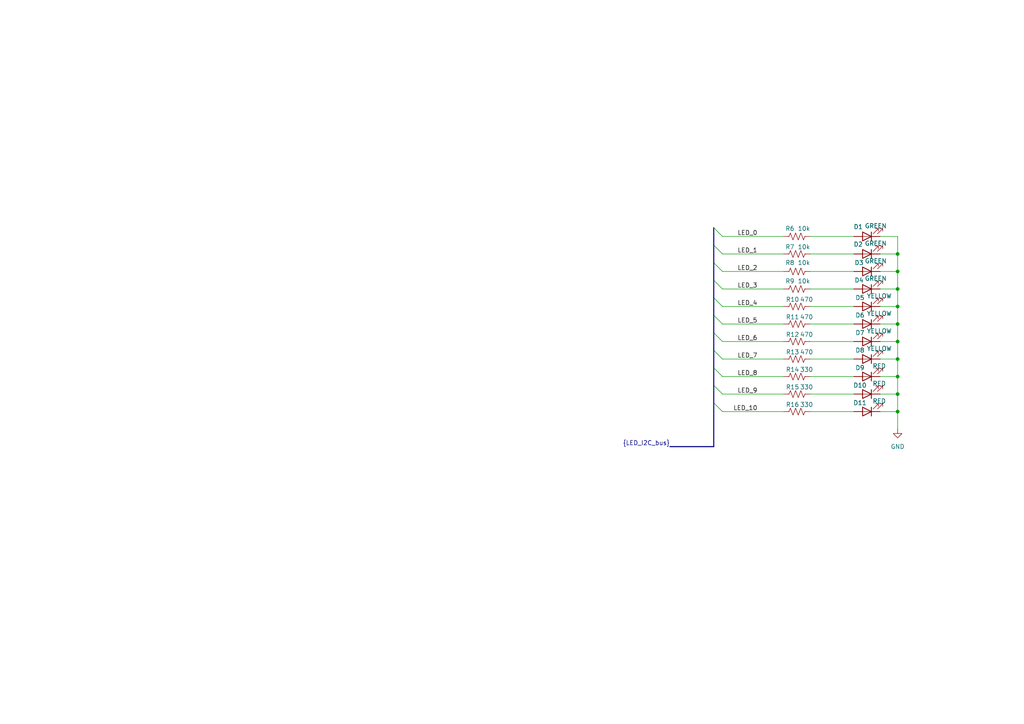
<source format=kicad_sch>
(kicad_sch (version 20250114) (generator "eeschema") (generator_version "9.0")
  (paper "A4")
  (lib_symbols
    (symbol "Device:LED" (pin_numbers (hide yes)) (pin_names (offset 1.016) (hide yes))
      (property "Reference" "D" (at 0 2.54 0))
      (property "Value" "LED" (at 0 -2.54 0))
      (symbol "LED_0_1"
        (polyline (pts (xy -3.048 -0.762) (xy -4.572 -2.286) (xy -3.81 -2.286) (xy -4.572 -2.286) (xy -4.572 -1.524)))
        (polyline (pts (xy -1.778 -0.762) (xy -3.302 -2.286) (xy -2.54 -2.286) (xy -3.302 -2.286) (xy -3.302 -1.524)))
        (polyline (pts (xy -1.27 0) (xy 1.27 0)))
        (polyline (pts (xy -1.27 -1.27) (xy -1.27 1.27)) (stroke (width 0.254)))
        (polyline (pts (xy 1.27 -1.27) (xy 1.27 1.27) (xy -1.27 0) (xy 1.27 -1.27)) (stroke (width 0.254)))
      )
      (symbol "LED_1_1"
        (pin passive line (at -3.81 0 0) (length 2.54) (name "K") (number "1"))
        (pin passive line (at 3.81 0 180) (length 2.54) (name "A") (number "2"))
      )
    )
    (symbol "Device:R_US" (pin_numbers (hide yes)) (pin_names (offset 0))
      (property "Reference" "R" (at 2.54 0 90))
      (property "Value" "R_US" (at -2.54 0 90))
      (symbol "R_US_0_1"
        (polyline (pts (xy 0 2.286) (xy 0 2.54)))
        (polyline (pts (xy 0 2.286) (xy 1.016 1.905) (xy 0 1.524) (xy -1.016 1.143) (xy 0 0.762)))
        (polyline (pts (xy 0 0.762) (xy 1.016 0.381) (xy 0 0) (xy -1.016 -0.381) (xy 0 -0.762)))
        (polyline (pts (xy 0 -0.762) (xy 1.016 -1.143) (xy 0 -1.524) (xy -1.016 -1.905) (xy 0 -2.286)))
        (polyline (pts (xy 0 -2.286) (xy 0 -2.54)))
      )
      (symbol "R_US_1_1"
        (pin passive line (at 0 3.81 270) (length 1.27) (name "~") (number "1"))
        (pin passive line (at 0 -3.81 90) (length 1.27) (name "~") (number "2"))
      )
    )
    (symbol "power:GND" (power) (pin_numbers (hide yes)) (pin_names (offset 0) (hide yes))
      (property "Value" "GND" (at 0 -3.81 0))
      (symbol "GND_0_1"
        (polyline (pts (xy 0 0) (xy 0 -1.27) (xy 1.27 -1.27) (xy 0 -2.54) (xy -1.27 -1.27) (xy 0 -1.27)))
      )
      (symbol "GND_1_1"
        (pin power_in line (at 0 0 270) (length 0) (name "~") (number "1"))
      )
    )
  )
  (junction (at 260.35 119.38))
  (junction (at 260.35 99.06))
  (junction (at 260.35 109.22))
  (junction (at 260.35 114.3))
  (junction (at 260.35 93.98))
  (junction (at 260.35 104.14))
  (junction (at 260.35 78.74))
  (junction (at 260.35 83.82))
  (junction (at 260.35 88.9))
  (junction (at 260.35 73.66))
  (bus_entry (at 207.01 96.52) (size 2.54 2.54))
  (bus_entry (at 207.01 71.12) (size 2.54 2.54))
  (bus_entry (at 207.01 66.04) (size 2.54 2.54))
  (bus_entry (at 207.01 101.6) (size 2.54 2.54))
  (bus_entry (at 207.01 76.2) (size 2.54 2.54))
  (bus_entry (at 207.01 86.36) (size 2.54 2.54))
  (bus_entry (at 207.01 111.76) (size 2.54 2.54))
  (bus_entry (at 207.01 91.44) (size 2.54 2.54))
  (bus_entry (at 207.01 81.28) (size 2.54 2.54))
  (bus_entry (at 207.01 106.68) (size 2.54 2.54))
  (bus_entry (at 207.01 116.84) (size 2.54 2.54))
  (wire (pts (xy 260.35 68.58) (xy 260.35 73.66)))
  (bus (pts (xy 207.01 66.04) (xy 207.01 71.12)))
  (wire (pts (xy 234.95 99.06) (xy 247.65 99.06)))
  (wire (pts (xy 234.95 68.58) (xy 247.65 68.58)))
  (wire (pts (xy 209.55 104.14) (xy 227.33 104.14)))
  (wire (pts (xy 209.55 114.3) (xy 227.33 114.3)))
  (bus (pts (xy 207.01 111.76) (xy 207.01 116.84)))
  (wire (pts (xy 255.27 88.9) (xy 260.35 88.9)))
  (wire (pts (xy 260.35 119.38) (xy 260.35 124.46)))
  (wire (pts (xy 260.35 73.66) (xy 260.35 78.74)))
  (wire (pts (xy 234.95 109.22) (xy 247.65 109.22)))
  (bus (pts (xy 207.01 71.12) (xy 207.01 76.2)))
  (wire (pts (xy 255.27 78.74) (xy 260.35 78.74)))
  (wire (pts (xy 255.27 114.3) (xy 260.35 114.3)))
  (wire (pts (xy 209.55 109.22) (xy 227.33 109.22)))
  (wire (pts (xy 209.55 78.74) (xy 227.33 78.74)))
  (bus (pts (xy 207.01 76.2) (xy 207.01 81.28)))
  (bus (pts (xy 207.01 81.28) (xy 207.01 86.36)))
  (wire (pts (xy 255.27 68.58) (xy 260.35 68.58)))
  (wire (pts (xy 255.27 109.22) (xy 260.35 109.22)))
  (wire (pts (xy 209.55 68.58) (xy 227.33 68.58)))
  (bus (pts (xy 207.01 101.6) (xy 207.01 106.68)))
  (wire (pts (xy 234.95 73.66) (xy 247.65 73.66)))
  (bus (pts (xy 207.01 91.44) (xy 207.01 96.52)))
  (wire (pts (xy 209.55 88.9) (xy 227.33 88.9)))
  (wire (pts (xy 209.55 119.38) (xy 227.33 119.38)))
  (wire (pts (xy 260.35 109.22) (xy 260.35 114.3)))
  (wire (pts (xy 209.55 73.66) (xy 227.33 73.66)))
  (wire (pts (xy 234.95 119.38) (xy 247.65 119.38)))
  (wire (pts (xy 255.27 83.82) (xy 260.35 83.82)))
  (wire (pts (xy 255.27 99.06) (xy 260.35 99.06)))
  (wire (pts (xy 255.27 104.14) (xy 260.35 104.14)))
  (wire (pts (xy 234.95 83.82) (xy 247.65 83.82)))
  (wire (pts (xy 209.55 83.82) (xy 227.33 83.82)))
  (wire (pts (xy 260.35 99.06) (xy 260.35 104.14)))
  (bus (pts (xy 207.01 106.68) (xy 207.01 111.76)))
  (bus (pts (xy 207.01 116.84) (xy 207.01 129.54)))
  (wire (pts (xy 255.27 73.66) (xy 260.35 73.66)))
  (wire (pts (xy 260.35 83.82) (xy 260.35 88.9)))
  (wire (pts (xy 209.55 99.06) (xy 227.33 99.06)))
  (wire (pts (xy 260.35 93.98) (xy 260.35 99.06)))
  (bus (pts (xy 207.01 129.54) (xy 194.31 129.54)))
  (wire (pts (xy 255.27 119.38) (xy 260.35 119.38)))
  (wire (pts (xy 255.27 93.98) (xy 260.35 93.98)))
  (wire (pts (xy 209.55 93.98) (xy 227.33 93.98)))
  (bus (pts (xy 207.01 96.52) (xy 207.01 101.6)))
  (wire (pts (xy 234.95 104.14) (xy 247.65 104.14)))
  (wire (pts (xy 234.95 93.98) (xy 247.65 93.98)))
  (wire (pts (xy 260.35 88.9) (xy 260.35 93.98)))
  (wire (pts (xy 234.95 78.74) (xy 247.65 78.74)))
  (wire (pts (xy 234.95 88.9) (xy 247.65 88.9)))
  (wire (pts (xy 234.95 114.3) (xy 247.65 114.3)))
  (wire (pts (xy 260.35 104.14) (xy 260.35 109.22)))
  (wire (pts (xy 260.35 114.3) (xy 260.35 119.38)))
  (wire (pts (xy 260.35 78.74) (xy 260.35 83.82)))
  (bus (pts (xy 207.01 86.36) (xy 207.01 91.44)))
  (label "LED_8" (at 219.71 109.22 180))
  (label "LED_2" (at 219.71 78.74 180))
  (label "LED_7" (at 219.71 104.14 180))
  (label "LED_3" (at 219.71 83.82 180))
  (label "LED_10" (at 219.71 119.38 180))
  (label "LED_5" (at 219.71 93.98 180))
  (label "LED_6" (at 219.71 99.06 180))
  (label "LED_0" (at 219.71 68.58 180))
  (label "{LED_I2C_bus}" (at 194.31 129.54 180))
  (label "LED_1" (at 219.71 73.66 180))
  (label "LED_4" (at 219.71 88.9 180))
  (label "LED_9" (at 219.71 114.3 180))
  (symbol (lib_id "Device:LED") (at 251.46 93.98 180) (unit 1)
    (property "Reference" "D6" (at 249.428 91.44 0))
    (property "Value" "YELLOW" (at 255.016 90.932 0))
    (property "Description" "Light emitting diode" (effects (hide yes)))
    (property "Sim.Pins" "1=K 2=A" (effects (hide yes)))
  )
  (symbol (lib_id "power:GND") (at 260.35 124.46 0) (unit 1)
    (property "Reference" "#PWR012" (effects (hide yes)))
    (property "Value" "GND" (at 260.35 129.54 0))
    (property "Description" "Power symbol creates a global label with name \"GND\" , ground" (effects (hide yes)))
  )
  (symbol (lib_id "Device:LED") (at 251.46 88.9 180) (unit 1)
    (property "Reference" "D5" (at 249.428 86.36 0))
    (property "Value" "YELLOW" (at 255.016 85.852 0))
    (property "Description" "Light emitting diode" (effects (hide yes)))
    (property "Sim.Pins" "1=K 2=A" (effects (hide yes)))
  )
  (symbol (lib_id "Device:LED") (at 251.46 119.38 180) (unit 1)
    (property "Reference" "D11" (at 249.428 116.84 0))
    (property "Value" "RED" (at 255.016 116.332 0))
    (property "Description" "Light emitting diode" (effects (hide yes)))
    (property "Sim.Pins" "1=K 2=A" (effects (hide yes)))
  )
  (symbol (lib_id "Device:R_US") (at 231.14 88.9 270) (unit 1)
    (property "Reference" "R10" (at 229.87 86.868 90))
    (property "Value" "470" (at 233.934 86.868 90))
    (property "Description" "Resistor, US symbol" (effects (hide yes)))
  )
  (symbol (lib_id "Device:LED") (at 251.46 104.14 180) (unit 1)
    (property "Reference" "D8" (at 249.428 101.6 0))
    (property "Value" "YELLOW" (at 255.016 101.092 0))
    (property "Description" "Light emitting diode" (effects (hide yes)))
    (property "Sim.Pins" "1=K 2=A" (effects (hide yes)))
  )
  (symbol (lib_id "Device:LED") (at 251.46 109.22 180) (unit 1)
    (property "Reference" "D9" (at 249.428 106.68 0))
    (property "Value" "RED" (at 255.016 106.172 0))
    (property "Description" "Light emitting diode" (effects (hide yes)))
    (property "Sim.Pins" "1=K 2=A" (effects (hide yes)))
  )
  (symbol (lib_id "Device:LED") (at 251.46 68.58 180) (unit 1)
    (property "Reference" "D1" (at 248.92 65.786 0))
    (property "Value" "GREEN" (at 254 65.532 0))
    (property "Description" "Light emitting diode" (effects (hide yes)))
    (property "Sim.Pins" "1=K 2=A" (effects (hide yes)))
  )
  (symbol (lib_id "Device:R_US") (at 231.14 73.66 270) (unit 1)
    (property "Reference" "R7" (at 229.108 71.628 90))
    (property "Value" "10k" (at 233.172 71.628 90))
    (property "Description" "Resistor, US symbol" (effects (hide yes)))
  )
  (symbol (lib_id "Device:R_US") (at 231.14 99.06 270) (unit 1)
    (property "Reference" "R12" (at 229.87 97.028 90))
    (property "Value" "470" (at 233.934 97.028 90))
    (property "Description" "Resistor, US symbol" (effects (hide yes)))
  )
  (symbol (lib_id "Device:LED") (at 251.46 73.66 180) (unit 1)
    (property "Reference" "D2" (at 248.92 70.866 0))
    (property "Value" "GREEN" (at 254 70.612 0))
    (property "Description" "Light emitting diode" (effects (hide yes)))
    (property "Sim.Pins" "1=K 2=A" (effects (hide yes)))
  )
  (symbol (lib_id "Device:R_US") (at 231.14 114.3 270) (unit 1)
    (property "Reference" "R15" (at 229.87 112.268 90))
    (property "Value" "330" (at 233.934 112.268 90))
    (property "Description" "Resistor, US symbol" (effects (hide yes)))
  )
  (symbol (lib_id "Device:LED") (at 251.46 83.82 180) (unit 1)
    (property "Reference" "D4" (at 249.174 81.28 0))
    (property "Value" "GREEN" (at 254 80.772 0))
    (property "Description" "Light emitting diode" (effects (hide yes)))
    (property "Sim.Pins" "1=K 2=A" (effects (hide yes)))
  )
  (symbol (lib_id "Device:LED") (at 251.46 78.74 180) (unit 1)
    (property "Reference" "D3" (at 249.174 76.2 0))
    (property "Value" "GREEN" (at 254 75.692 0))
    (property "Description" "Light emitting diode" (effects (hide yes)))
    (property "Sim.Pins" "1=K 2=A" (effects (hide yes)))
  )
  (symbol (lib_id "Device:LED") (at 251.46 114.3 180) (unit 1)
    (property "Reference" "D10" (at 249.428 111.76 0))
    (property "Value" "RED" (at 255.016 111.252 0))
    (property "Description" "Light emitting diode" (effects (hide yes)))
    (property "Sim.Pins" "1=K 2=A" (effects (hide yes)))
  )
  (symbol (lib_id "Device:R_US") (at 231.14 119.38 270) (unit 1)
    (property "Reference" "R16" (at 229.87 117.348 90))
    (property "Value" "330" (at 233.934 117.348 90))
    (property "Description" "Resistor, US symbol" (effects (hide yes)))
  )
  (symbol (lib_id "Device:R_US") (at 231.14 68.58 270) (unit 1)
    (property "Reference" "R6" (at 229.108 66.294 90))
    (property "Value" "10k" (at 233.172 66.294 90))
    (property "Description" "Resistor, US symbol" (effects (hide yes)))
  )
  (symbol (lib_id "Device:R_US") (at 231.14 109.22 270) (unit 1)
    (property "Reference" "R14" (at 229.87 107.188 90))
    (property "Value" "330" (at 233.934 107.188 90))
    (property "Description" "Resistor, US symbol" (effects (hide yes)))
  )
  (symbol (lib_id "Device:LED") (at 251.46 99.06 180) (unit 1)
    (property "Reference" "D7" (at 249.428 96.52 0))
    (property "Value" "YELLOW" (at 255.016 96.012 0))
    (property "Description" "Light emitting diode" (effects (hide yes)))
    (property "Sim.Pins" "1=K 2=A" (effects (hide yes)))
  )
  (symbol (lib_id "Device:R_US") (at 231.14 104.14 270) (unit 1)
    (property "Reference" "R13" (at 229.87 102.108 90))
    (property "Value" "470" (at 233.934 102.108 90))
    (property "Description" "Resistor, US symbol" (effects (hide yes)))
  )
  (symbol (lib_id "Device:R_US") (at 231.14 93.98 270) (unit 1)
    (property "Reference" "R11" (at 229.87 91.948 90))
    (property "Value" "470" (at 233.934 91.948 90))
    (property "Description" "Resistor, US symbol" (effects (hide yes)))
  )
  (symbol (lib_id "Device:R_US") (at 231.14 83.82 270) (unit 1)
    (property "Reference" "R9" (at 229.108 81.534 90))
    (property "Value" "10k" (at 233.172 81.534 90))
    (property "Description" "Resistor, US symbol" (effects (hide yes)))
  )
  (symbol (lib_id "Device:R_US") (at 231.14 78.74 270) (unit 1)
    (property "Reference" "R8" (at 229.108 76.2 90))
    (property "Value" "10k" (at 233.172 76.2 90))
    (property "Description" "Resistor, US symbol" (effects (hide yes)))
  )
)
</source>
